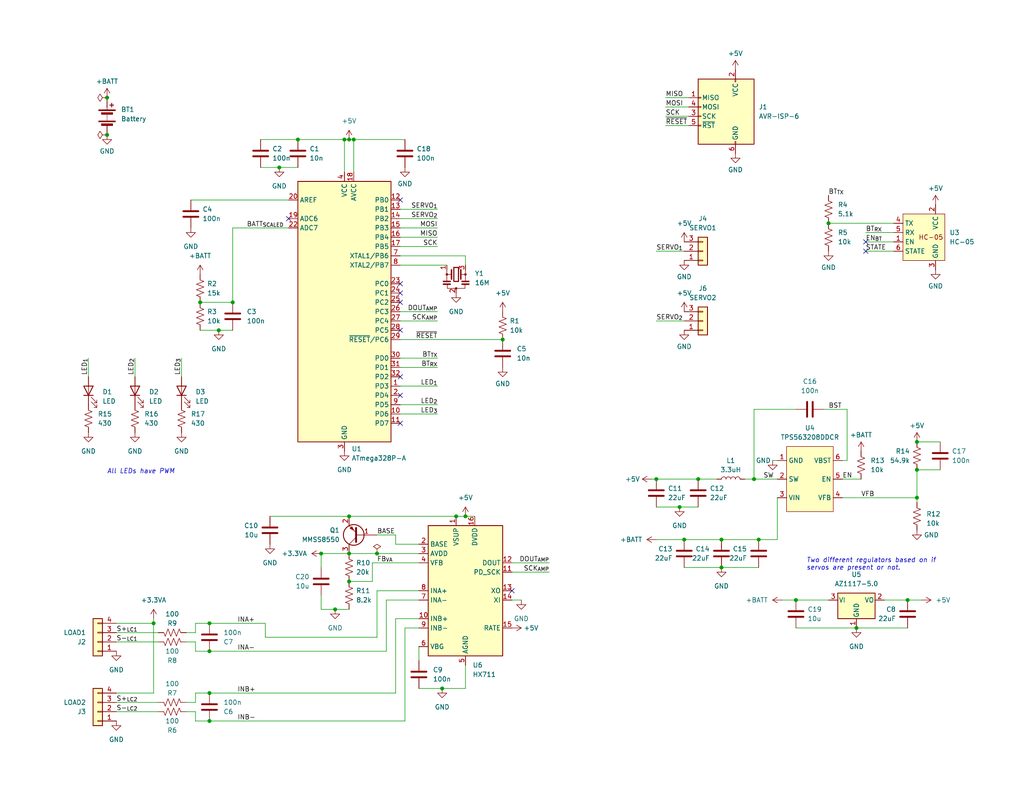
<source format=kicad_sch>
(kicad_sch (version 20230121) (generator eeschema)
  (paper "USLetter")
  (title_block (title "Propellor Pitch Control") (date "2023-06-24") (rev "1") (company "HPVDT"))
  (lib_symbols
    (symbol "Analog_ADC:HX711"
      (property "Reference" "U" (at 5.08 21.59 0))
      (property "Value" "HX711" (at 7.62 19.05 0))
      (symbol "HX711_0_1"
        (rectangle (start -10.16 17.78) (end 10.16 -17.78) (stroke (width 0.254)) (fill (type background)))
      )
      (symbol "HX711_1_1"
        (pin power_in line (at -2.54 20.32 270) (length 2.54) (name "VSUP") (number "1"))
        (pin input line (at -12.7 -7.62 0) (length 2.54) (name "INB+") (number "10"))
        (pin input line (at 12.7 5.08 180) (length 2.54) (name "PD_SCK") (number "11"))
        (pin output line (at 12.7 7.62 180) (length 2.54) (name "DOUT") (number "12"))
        (pin passive line (at 12.7 0 180) (length 2.54) (name "XO") (number "13"))
        (pin passive line (at 12.7 -2.54 180) (length 2.54) (name "XI") (number "14"))
        (pin input line (at 12.7 -10.16 180) (length 2.54) (name "RATE") (number "15"))
        (pin power_in line (at 2.54 20.32 270) (length 2.54) (name "DVDD") (number "16"))
        (pin passive line (at -12.7 12.7 0) (length 2.54) (name "BASE") (number "2"))
        (pin power_in line (at -12.7 10.16 0) (length 2.54) (name "AVDD") (number "3"))
        (pin input line (at -12.7 7.62 0) (length 2.54) (name "VFB") (number "4"))
        (pin power_in line (at 0 -20.32 90) (length 2.54) (name "AGND") (number "5"))
        (pin passive line (at -12.7 -15.24 0) (length 2.54) (name "VBG") (number "6"))
        (pin input line (at -12.7 -2.54 0) (length 2.54) (name "INA-") (number "7"))
        (pin input line (at -12.7 0 0) (length 2.54) (name "INA+") (number "8"))
        (pin input line (at -12.7 -10.16 0) (length 2.54) (name "INB-") (number "9"))
      )
    )
    (symbol "Connector:AVR-ISP-6" (pin_names (offset 1.016))
      (property "Reference" "J" (at -6.35 11.43 0))
      (property "Value" "AVR-ISP-6" (at 0 11.43 0))
      (symbol "AVR-ISP-6_0_1"
        (rectangle (start -2.667 -6.858) (end -2.413 -7.62))
        (rectangle (start -2.667 10.16) (end -2.413 9.398))
        (rectangle (start 7.62 -2.413) (end 6.858 -2.667))
        (rectangle (start 7.62 0.127) (end 6.858 -0.127))
        (rectangle (start 7.62 2.667) (end 6.858 2.413))
        (rectangle (start 7.62 5.207) (end 6.858 4.953))
        (rectangle (start 7.62 10.16) (end -7.62 -7.62) (stroke (width 0.254)) (fill (type background)))
      )
      (symbol "AVR-ISP-6_1_1"
        (pin passive line (at 10.16 5.08 180) (length 2.54) (name "MISO") (number "1"))
        (pin passive line (at -2.54 12.7 270) (length 2.54) (name "VCC") (number "2"))
        (pin passive line (at 10.16 0 180) (length 2.54) (name "SCK") (number "3"))
        (pin passive line (at 10.16 2.54 180) (length 2.54) (name "MOSI") (number "4"))
        (pin passive line (at 10.16 -2.54 180) (length 2.54) (name "~{RST}") (number "5"))
        (pin passive line (at -2.54 -10.16 90) (length 2.54) (name "GND") (number "6"))
      )
    )
    (symbol "Connector_Generic:Conn_01x03" (pin_names (offset 1.016) hide)
      (property "Reference" "J" (at 0 5.08 0))
      (property "Value" "Conn_01x03" (at 0 -5.08 0))
      (symbol "Conn_01x03_1_1"
        (rectangle (start -1.27 -2.413) (end 0 -2.667) (stroke (width 0.1524)))
        (rectangle (start -1.27 0.127) (end 0 -0.127) (stroke (width 0.1524)))
        (rectangle (start -1.27 2.667) (end 0 2.413) (stroke (width 0.1524)))
        (rectangle (start -1.27 3.81) (end 1.27 -3.81) (stroke (width 0.254)) (fill (type background)))
        (pin passive line (at -5.08 2.54 0) (length 3.81) (name "Pin_1") (number "1"))
        (pin passive line (at -5.08 0 0) (length 3.81) (name "Pin_2") (number "2"))
        (pin passive line (at -5.08 -2.54 0) (length 3.81) (name "Pin_3") (number "3"))
      )
    )
    (symbol "Connector_Generic:Conn_01x04" (pin_names (offset 1.016) hide)
      (property "Reference" "J" (at 0 5.08 0))
      (property "Value" "Conn_01x04" (at 0 -7.62 0))
      (symbol "Conn_01x04_1_1"
        (rectangle (start -1.27 -4.953) (end 0 -5.207) (stroke (width 0.1524)))
        (rectangle (start -1.27 -2.413) (end 0 -2.667) (stroke (width 0.1524)))
        (rectangle (start -1.27 0.127) (end 0 -0.127) (stroke (width 0.1524)))
        (rectangle (start -1.27 2.667) (end 0 2.413) (stroke (width 0.1524)))
        (rectangle (start -1.27 3.81) (end 1.27 -6.35) (stroke (width 0.254)) (fill (type background)))
        (pin passive line (at -5.08 2.54 0) (length 3.81) (name "Pin_1") (number "1"))
        (pin passive line (at -5.08 0 0) (length 3.81) (name "Pin_2") (number "2"))
        (pin passive line (at -5.08 -2.54 0) (length 3.81) (name "Pin_3") (number "3"))
        (pin passive line (at -5.08 -5.08 0) (length 3.81) (name "Pin_4") (number "4"))
      )
    )
    (symbol "Device:Battery" (pin_numbers hide) (pin_names (offset 0) hide)
      (property "Reference" "BT" (at 2.54 2.54 0))
      (property "Value" "Battery" (at 2.54 0 0))
      (symbol "Battery_0_1"
        (rectangle (start -2.286 -1.27) (end 2.286 -1.524) (fill (type outline)))
        (rectangle (start -2.286 1.778) (end 2.286 1.524) (fill (type outline)))
        (rectangle (start -1.524 -2.032) (end 1.524 -2.54) (fill (type outline)))
        (rectangle (start -1.524 1.016) (end 1.524 0.508) (fill (type outline)))
        (polyline (pts (xy 0 -1.016) (xy 0 -0.762)))
        (polyline (pts (xy 0 -0.508) (xy 0 -0.254)))
        (polyline (pts (xy 0 0) (xy 0 0.254)))
        (polyline (pts (xy 0 1.778) (xy 0 2.54)))
        (polyline (pts (xy 0.762 3.048) (xy 1.778 3.048)) (stroke (width 0.254)))
        (polyline (pts (xy 1.27 3.556) (xy 1.27 2.54)) (stroke (width 0.254)))
      )
      (symbol "Battery_1_1"
        (pin passive line (at 0 5.08 270) (length 2.54) (name "+") (number "1"))
        (pin passive line (at 0 -5.08 90) (length 2.54) (name "-") (number "2"))
      )
    )
    (symbol "Device:C" (pin_numbers hide) (pin_names (offset 0.254))
      (property "Reference" "C" (at 0.635 2.54 0))
      (property "Value" "C" (at 0.635 -2.54 0))
      (symbol "C_0_1"
        (polyline (pts (xy -2.032 -0.762) (xy 2.032 -0.762)) (stroke (width 0.508)))
        (polyline (pts (xy -2.032 0.762) (xy 2.032 0.762)) (stroke (width 0.508)))
      )
      (symbol "C_1_1"
        (pin passive line (at 0 3.81 270) (length 2.794) (name "~") (number "1"))
        (pin passive line (at 0 -3.81 90) (length 2.794) (name "~") (number "2"))
      )
    )
    (symbol "Device:L" (pin_numbers hide) (pin_names (offset 1.016) hide)
      (property "Reference" "L" (at -1.27 0 90))
      (property "Value" "L" (at 1.905 0 90))
      (symbol "L_0_1"
        (arc (start 0 -2.54) (mid 0.6323 -1.905) (end 0 -1.27))
        (arc (start 0 -1.27) (mid 0.6323 -0.635) (end 0 0))
        (arc (start 0 0) (mid 0.6323 0.635) (end 0 1.27))
        (arc (start 0 1.27) (mid 0.6323 1.905) (end 0 2.54))
      )
      (symbol "L_1_1"
        (pin passive line (at 0 3.81 270) (length 1.27) (name "1") (number "1"))
        (pin passive line (at 0 -3.81 90) (length 1.27) (name "2") (number "2"))
      )
    )
    (symbol "Device:LED" (pin_numbers hide) (pin_names (offset 1.016) hide)
      (property "Reference" "D" (at 0 2.54 0))
      (property "Value" "LED" (at 0 -2.54 0))
      (symbol "LED_0_1"
        (polyline (pts (xy -1.27 -1.27) (xy -1.27 1.27)) (stroke (width 0.254)))
        (polyline (pts (xy -1.27 0) (xy 1.27 0)))
        (polyline (pts (xy 1.27 -1.27) (xy 1.27 1.27) (xy -1.27 0) (xy 1.27 -1.27)) (stroke (width 0.254)))
        (polyline (pts (xy -3.048 -0.762) (xy -4.572 -2.286) (xy -3.81 -2.286) (xy -4.572 -2.286) (xy -4.572 -1.524)))
        (polyline (pts (xy -1.778 -0.762) (xy -3.302 -2.286) (xy -2.54 -2.286) (xy -3.302 -2.286) (xy -3.302 -1.524)))
      )
      (symbol "LED_1_1"
        (pin passive line (at -3.81 0 0) (length 2.54) (name "K") (number "1"))
        (pin passive line (at 3.81 0 180) (length 2.54) (name "A") (number "2"))
      )
    )
    (symbol "Device:Q_PNP_BEC" (pin_names (offset 0) hide)
      (property "Reference" "Q" (at 5.08 1.27 0))
      (property "Value" "Q_PNP_BEC" (at 5.08 -1.27 0))
      (symbol "Q_PNP_BEC_0_1"
        (polyline (pts (xy 0.635 0.635) (xy 2.54 2.54)))
        (polyline (pts (xy 0.635 -0.635) (xy 2.54 -2.54) (xy 2.54 -2.54)))
        (polyline (pts (xy 0.635 1.905) (xy 0.635 -1.905) (xy 0.635 -1.905)) (stroke (width 0.508)))
        (polyline (pts (xy 2.286 -1.778) (xy 1.778 -2.286) (xy 1.27 -1.27) (xy 2.286 -1.778) (xy 2.286 -1.778)) (fill (type outline)))
        (circle (center 1.27 0) (radius 2.8194) (stroke (width 0.254)))
      )
      (symbol "Q_PNP_BEC_1_1"
        (pin input line (at -5.08 0 0) (length 5.715) (name "B") (number "1"))
        (pin passive line (at 2.54 -5.08 90) (length 2.54) (name "E") (number "2"))
        (pin passive line (at 2.54 5.08 270) (length 2.54) (name "C") (number "3"))
      )
    )
    (symbol "Device:R_US" (pin_numbers hide) (pin_names (offset 0))
      (property "Reference" "R" (at 2.54 0 90))
      (property "Value" "R_US" (at -2.54 0 90))
      (symbol "R_US_0_1"
        (polyline (pts (xy 0 -2.286) (xy 0 -2.54)))
        (polyline (pts (xy 0 2.286) (xy 0 2.54)))
        (polyline (pts (xy 0 -0.762) (xy 1.016 -1.143) (xy 0 -1.524) (xy -1.016 -1.905) (xy 0 -2.286)))
        (polyline (pts (xy 0 0.762) (xy 1.016 0.381) (xy 0 0) (xy -1.016 -0.381) (xy 0 -0.762)))
        (polyline (pts (xy 0 2.286) (xy 1.016 1.905) (xy 0 1.524) (xy -1.016 1.143) (xy 0 0.762)))
      )
      (symbol "R_US_1_1"
        (pin passive line (at 0 3.81 270) (length 1.27) (name "~") (number "1"))
        (pin passive line (at 0 -3.81 90) (length 1.27) (name "~") (number "2"))
      )
    )
    (symbol "Device:Resonator_Small" (pin_names (offset 1.016) hide)
      (property "Reference" "Y" (at 3.175 1.905 0))
      (property "Value" "Resonator_Small" (at 3.175 0 0))
      (symbol "Resonator_Small_0_1"
        (rectangle (start -3.556 -2.54) (end -1.524 -2.794) (fill (type outline)))
        (rectangle (start -3.556 -1.778) (end -1.524 -2.032) (fill (type outline)))
        (circle (center -2.54 0) (radius 0.254) (fill (type outline)))
        (rectangle (start -0.635 1.905) (end 0.635 -1.905) (stroke (width 0.3048)))
        (circle (center 0 -3.81) (radius 0.254) (fill (type outline)))
        (polyline (pts (xy -2.54 -1.778) (xy -2.54 0)))
        (polyline (pts (xy -2.54 0) (xy -1.397 0)))
        (polyline (pts (xy -2.54 1.27) (xy -2.54 0)))
        (polyline (pts (xy -1.27 -1.27) (xy -1.27 1.27)) (stroke (width 0.381)))
        (polyline (pts (xy 1.27 -1.27) (xy 1.27 1.27)) (stroke (width 0.381)))
        (polyline (pts (xy 1.27 0) (xy 2.54 0)))
        (polyline (pts (xy 2.54 0) (xy 2.54 -1.778)))
        (polyline (pts (xy 2.54 1.27) (xy 2.54 0)))
        (polyline (pts (xy 2.413 -2.794) (xy 2.413 -3.81) (xy -2.413 -3.81) (xy -2.413 -2.667)))
        (rectangle (start 1.524 -2.54) (end 3.556 -2.794) (fill (type outline)))
        (rectangle (start 1.524 -1.778) (end 3.556 -2.032) (fill (type outline)))
        (circle (center 2.54 0) (radius 0.254) (fill (type outline)))
      )
      (symbol "Resonator_Small_1_1"
        (pin passive line (at -2.54 2.54 270) (length 1.27) (name "1") (number "1"))
        (pin passive line (at 0 -5.08 90) (length 1.27) (name "2") (number "2"))
        (pin passive line (at 2.54 2.54 270) (length 1.27) (name "3") (number "3"))
      )
    )
    (symbol "HC-05:HC-05"
      (property "Reference" "U" (at 7.62 1.27 0))
      (property "Value" "HC-05" (at 7.62 -1.27 0))
      (symbol "HC-05_1_1"
        (rectangle (start -5.08 6.35) (end 6.35 -6.35) (fill (type background)))
        (text "HC-05" (at 2.54 0 0) (effects (font (size 1.27 1.27))))
        (pin input line (at -7.62 -1.27 0) (length 2.54) (name "EN") (number "1"))
        (pin power_in line (at 3.81 8.89 270) (length 2.54) (name "VCC") (number "2"))
        (pin power_in line (at 3.81 -8.89 90) (length 2.54) (name "GND") (number "3"))
        (pin output line (at -7.62 3.81 0) (length 2.54) (name "TX") (number "4"))
        (pin input line (at -7.62 1.27 0) (length 2.54) (name "RX") (number "5"))
        (pin output line (at -7.62 -3.81 0) (length 2.54) (name "STATE") (number "6"))
      )
    )
    (symbol "MCU_Microchip_ATmega:ATmega328P-A"
      (property "Reference" "U" (at -12.7 36.83 0))
      (property "Value" "ATmega328P-A" (at 2.54 -36.83 0))
      (symbol "ATmega328P-A_0_1"
        (rectangle (start -12.7 -35.56) (end 12.7 35.56) (stroke (width 0.254)) (fill (type background)))
      )
      (symbol "ATmega328P-A_1_1"
        (pin bidirectional line (at 15.24 -20.32 180) (length 2.54) (name "PD3") (number "1"))
        (pin bidirectional line (at 15.24 -27.94 180) (length 2.54) (name "PD6") (number "10"))
        (pin bidirectional line (at 15.24 -30.48 180) (length 2.54) (name "PD7") (number "11"))
        (pin bidirectional line (at 15.24 30.48 180) (length 2.54) (name "PB0") (number "12"))
        (pin bidirectional line (at 15.24 27.94 180) (length 2.54) (name "PB1") (number "13"))
        (pin bidirectional line (at 15.24 25.4 180) (length 2.54) (name "PB2") (number "14"))
        (pin bidirectional line (at 15.24 22.86 180) (length 2.54) (name "PB3") (number "15"))
        (pin bidirectional line (at 15.24 20.32 180) (length 2.54) (name "PB4") (number "16"))
        (pin bidirectional line (at 15.24 17.78 180) (length 2.54) (name "PB5") (number "17"))
        (pin power_in line (at 2.54 38.1 270) (length 2.54) (name "AVCC") (number "18"))
        (pin input line (at -15.24 25.4 0) (length 2.54) (name "ADC6") (number "19"))
        (pin bidirectional line (at 15.24 -22.86 180) (length 2.54) (name "PD4") (number "2"))
        (pin passive line (at -15.24 30.48 0) (length 2.54) (name "AREF") (number "20"))
        (pin passive line (at 0 -38.1 90) (length 2.54) hide (name "GND") (number "21"))
        (pin input line (at -15.24 22.86 0) (length 2.54) (name "ADC7") (number "22"))
        (pin bidirectional line (at 15.24 7.62 180) (length 2.54) (name "PC0") (number "23"))
        (pin bidirectional line (at 15.24 5.08 180) (length 2.54) (name "PC1") (number "24"))
        (pin bidirectional line (at 15.24 2.54 180) (length 2.54) (name "PC2") (number "25"))
        (pin bidirectional line (at 15.24 0 180) (length 2.54) (name "PC3") (number "26"))
        (pin bidirectional line (at 15.24 -2.54 180) (length 2.54) (name "PC4") (number "27"))
        (pin bidirectional line (at 15.24 -5.08 180) (length 2.54) (name "PC5") (number "28"))
        (pin bidirectional line (at 15.24 -7.62 180) (length 2.54) (name "~{RESET}/PC6") (number "29"))
        (pin power_in line (at 0 -38.1 90) (length 2.54) (name "GND") (number "3"))
        (pin bidirectional line (at 15.24 -12.7 180) (length 2.54) (name "PD0") (number "30"))
        (pin bidirectional line (at 15.24 -15.24 180) (length 2.54) (name "PD1") (number "31"))
        (pin bidirectional line (at 15.24 -17.78 180) (length 2.54) (name "PD2") (number "32"))
        (pin power_in line (at 0 38.1 270) (length 2.54) (name "VCC") (number "4"))
        (pin passive line (at 0 -38.1 90) (length 2.54) hide (name "GND") (number "5"))
        (pin passive line (at 0 38.1 270) (length 2.54) hide (name "VCC") (number "6"))
        (pin bidirectional line (at 15.24 15.24 180) (length 2.54) (name "XTAL1/PB6") (number "7"))
        (pin bidirectional line (at 15.24 12.7 180) (length 2.54) (name "XTAL2/PB7") (number "8"))
        (pin bidirectional line (at 15.24 -25.4 180) (length 2.54) (name "PD5") (number "9"))
      )
    )
    (symbol "Regulator_Linear:AZ1117-5.0" (pin_names (offset 0.254))
      (property "Reference" "U" (at -3.81 3.175 0))
      (property "Value" "AZ1117-5.0" (at 0 3.175 0))
      (symbol "AZ1117-5.0_0_1"
        (rectangle (start -5.08 1.905) (end 5.08 -5.08) (stroke (width 0.254)) (fill (type background)))
      )
      (symbol "AZ1117-5.0_1_1"
        (pin power_in line (at 0 -7.62 90) (length 2.54) (name "GND") (number "1"))
        (pin power_out line (at 7.62 0 180) (length 2.54) (name "VO") (number "2"))
        (pin power_in line (at -7.62 0 0) (length 2.54) (name "VI") (number "3"))
      )
    )
    (symbol "Regulators:TPS563208DDCR"
      (property "Reference" "U" (at -5.08 10.16 0))
      (symbol "TPS563208DDCR_0_1"
        (rectangle (start -6.35 8.89) (end 6.35 -8.89) (fill (type background)))
      )
      (symbol "TPS563208DDCR_1_1"
        (pin input line (at -8.89 5.08 0) (length 2.54) (name "GND") (number "1"))
        (pin input line (at -8.89 0 0) (length 2.54) (name "SW") (number "2"))
        (pin input line (at -8.89 -5.08 0) (length 2.54) (name "VIN") (number "3"))
        (pin input line (at 8.89 -5.08 180) (length 2.54) (name "VFB") (number "4"))
        (pin input line (at 8.89 0 180) (length 2.54) (name "EN") (number "5"))
        (pin input line (at 8.89 5.08 180) (length 2.54) (name "VBST") (number "6"))
      )
    )
    (symbol "power:+3.3VA" (power) (pin_names (offset 0))
      (property "Value" "+3.3VA" (at 0 3.556 0))
      (symbol "+3.3VA_0_1"
        (polyline (pts (xy -0.762 1.27) (xy 0 2.54)))
        (polyline (pts (xy 0 0) (xy 0 2.54)))
        (polyline (pts (xy 0 2.54) (xy 0.762 1.27)))
      )
      (symbol "+3.3VA_1_1"
        (pin power_in line (at 0 0 90) (length 0) hide (name "+3.3VA") (number "1"))
      )
    )
    (symbol "power:+5V" (power) (pin_names (offset 0))
      (property "Value" "+5V" (at 0 3.556 0))
      (symbol "+5V_0_1"
        (polyline (pts (xy -0.762 1.27) (xy 0 2.54)))
        (polyline (pts (xy 0 0) (xy 0 2.54)))
        (polyline (pts (xy 0 2.54) (xy 0.762 1.27)))
      )
      (symbol "+5V_1_1"
        (pin power_in line (at 0 0 90) (length 0) hide (name "+5V") (number "1"))
      )
    )
    (symbol "power:+BATT" (power) (pin_names (offset 0))
      (property "Value" "+BATT" (at 0 3.556 0))
      (symbol "+BATT_0_1"
        (polyline (pts (xy -0.762 1.27) (xy 0 2.54)))
        (polyline (pts (xy 0 0) (xy 0 2.54)))
        (polyline (pts (xy 0 2.54) (xy 0.762 1.27)))
      )
      (symbol "+BATT_1_1"
        (pin power_in line (at 0 0 90) (length 0) hide (name "+BATT") (number "1"))
      )
    )
    (symbol "power:GND" (power) (pin_names (offset 0))
      (property "Value" "GND" (at 0 -3.81 0))
      (symbol "GND_0_1"
        (polyline (pts (xy 0 0) (xy 0 -1.27) (xy 1.27 -1.27) (xy 0 -2.54) (xy -1.27 -1.27) (xy 0 -1.27)))
      )
      (symbol "GND_1_1"
        (pin power_in line (at 0 0 270) (length 0) hide (name "GND") (number "1"))
      )
    )
    (symbol "power:PWR_FLAG" (power) (pin_numbers hide) (pin_names (offset 0) hide)
      (property "Value" "PWR_FLAG" (at 0 3.81 0))
      (symbol "PWR_FLAG_0_0"
        (pin power_out line (at 0 0 90) (length 0) (name "pwr") (number "1"))
      )
      (symbol "PWR_FLAG_0_1"
        (polyline (pts (xy 0 0) (xy 0 1.27) (xy -1.016 1.905) (xy 0 2.54) (xy 1.016 1.905) (xy 0 1.27)))
      )
    )
  )
  (junction (at 57.15 196.85))
  (junction (at 63.5 82.55))
  (junction (at 95.25 151.13))
  (junction (at 250.19 135.89))
  (junction (at 29.21 26.67))
  (junction (at 95.25 140.97))
  (junction (at 196.85 147.32))
  (junction (at 217.17 163.83))
  (junction (at 57.15 189.23))
  (junction (at 41.91 170.18))
  (junction (at 29.21 36.83))
  (junction (at 120.65 187.96))
  (junction (at 185.42 138.43))
  (junction (at 205.74 130.81))
  (junction (at 95.25 158.75))
  (junction (at 127 140.97))
  (junction (at 54.61 82.55))
  (junction (at 226.06 60.96))
  (junction (at 102.87 151.13))
  (junction (at 190.5 130.81))
  (junction (at 93.98 38.1))
  (junction (at 96.52 38.1))
  (junction (at 186.69 147.32))
  (junction (at 233.68 171.45))
  (junction (at 196.85 154.94))
  (junction (at 59.69 90.17))
  (junction (at 137.16 92.71))
  (junction (at 179.07 130.81))
  (junction (at 95.25 38.1))
  (junction (at 91.44 166.37))
  (junction (at 87.63 151.13))
  (junction (at 207.01 147.32))
  (junction (at 124.46 140.97))
  (junction (at 250.19 128.27))
  (junction (at 57.15 177.8))
  (junction (at 57.15 170.18))
  (junction (at 76.2 45.72))
  (junction (at 247.65 163.83))
  (junction (at 81.28 38.1))
  (junction (at 250.19 120.65))
  (no_connect (at 109.22 115.57))
  (no_connect (at 236.22 66.04))
  (no_connect (at 109.22 80.01))
  (no_connect (at 109.22 54.61))
  (no_connect (at 78.74 59.69))
  (no_connect (at 109.22 102.87))
  (no_connect (at 139.7 161.29))
  (no_connect (at 109.22 77.47))
  (no_connect (at 109.22 107.95))
  (no_connect (at 109.22 90.17))
  (no_connect (at 109.22 82.55))
  (no_connect (at 236.22 68.58))
  (wire (pts (xy 71.12 38.1) (xy 81.28 38.1)))
  (wire (pts (xy 109.22 110.49) (xy 119.38 110.49)))
  (wire (pts (xy 57.15 170.18) (xy 72.39 170.18)))
  (wire (pts (xy 102.87 146.05) (xy 107.95 146.05)))
  (wire (pts (xy 87.63 166.37) (xy 91.44 166.37)))
  (wire (pts (xy 53.34 189.23) (xy 57.15 189.23)))
  (wire (pts (xy 76.2 45.72) (xy 81.28 45.72)))
  (wire (pts (xy 105.41 163.83) (xy 114.3 163.83)))
  (wire (pts (xy 236.22 66.04) (xy 243.84 66.04)))
  (wire (pts (xy 110.49 171.45) (xy 114.3 171.45)))
  (wire (pts (xy 72.39 170.18) (xy 72.39 173.99)))
  (wire (pts (xy 52.07 54.61) (xy 78.74 54.61)))
  (wire (pts (xy 231.14 111.76) (xy 224.79 111.76)))
  (wire (pts (xy 72.39 173.99) (xy 102.87 173.99)))
  (wire (pts (xy 114.3 187.96) (xy 120.65 187.96)))
  (wire (pts (xy 107.95 168.91) (xy 114.3 168.91)))
  (wire (pts (xy 53.34 177.8) (xy 57.15 177.8)))
  (wire (pts (xy 50.8 194.31) (xy 53.34 194.31)))
  (wire (pts (xy 101.6 153.67) (xy 114.3 153.67)))
  (wire (pts (xy 107.95 148.59) (xy 114.3 148.59)))
  (wire (pts (xy 31.75 189.23) (xy 41.91 189.23)))
  (wire (pts (xy 95.25 140.97) (xy 124.46 140.97)))
  (wire (pts (xy 241.3 163.83) (xy 247.65 163.83)))
  (wire (pts (xy 57.15 177.8) (xy 105.41 177.8)))
  (wire (pts (xy 179.07 130.81) (xy 190.5 130.81)))
  (wire (pts (xy 53.34 175.26) (xy 53.34 177.8)))
  (wire (pts (xy 53.34 191.77) (xy 53.34 189.23)))
  (wire (pts (xy 87.63 151.13) (xy 95.25 151.13)))
  (wire (pts (xy 181.61 29.21) (xy 187.96 29.21)))
  (wire (pts (xy 109.22 64.77) (xy 119.38 64.77)))
  (wire (pts (xy 217.17 163.83) (xy 226.06 163.83)))
  (wire (pts (xy 93.98 38.1) (xy 93.98 46.99)))
  (wire (pts (xy 53.34 196.85) (xy 57.15 196.85)))
  (wire (pts (xy 73.66 140.97) (xy 95.25 140.97)))
  (wire (pts (xy 124.46 140.97) (xy 127 140.97)))
  (wire (pts (xy 196.85 154.94) (xy 207.01 154.94)))
  (wire (pts (xy 96.52 38.1) (xy 96.52 46.99)))
  (wire (pts (xy 190.5 130.81) (xy 195.58 130.81)))
  (wire (pts (xy 41.91 168.91) (xy 41.91 170.18)))
  (wire (pts (xy 36.83 97.79) (xy 36.83 102.87)))
  (wire (pts (xy 50.8 175.26) (xy 53.34 175.26)))
  (wire (pts (xy 50.8 191.77) (xy 53.34 191.77)))
  (wire (pts (xy 109.22 85.09) (xy 119.38 85.09)))
  (wire (pts (xy 229.87 130.81) (xy 234.95 130.81)))
  (wire (pts (xy 41.91 189.23) (xy 41.91 170.18)))
  (wire (pts (xy 63.5 62.23) (xy 78.74 62.23)))
  (wire (pts (xy 139.7 156.21) (xy 149.86 156.21)))
  (wire (pts (xy 54.61 90.17) (xy 59.69 90.17)))
  (wire (pts (xy 127 140.97) (xy 129.54 140.97)))
  (wire (pts (xy 102.87 173.99) (xy 102.87 161.29)))
  (wire (pts (xy 114.3 180.34) (xy 114.3 176.53)))
  (wire (pts (xy 181.61 31.75) (xy 187.96 31.75)))
  (wire (pts (xy 205.74 130.81) (xy 212.09 130.81)))
  (wire (pts (xy 87.63 154.94) (xy 87.63 151.13)))
  (wire (pts (xy 185.42 138.43) (xy 190.5 138.43)))
  (wire (pts (xy 127 181.61) (xy 127 187.96)))
  (wire (pts (xy 91.44 166.37) (xy 95.25 166.37)))
  (wire (pts (xy 31.75 194.31) (xy 43.18 194.31)))
  (wire (pts (xy 250.19 135.89) (xy 229.87 135.89)))
  (wire (pts (xy 53.34 172.72) (xy 53.34 170.18)))
  (wire (pts (xy 109.22 69.85) (xy 127 69.85)))
  (wire (pts (xy 181.61 34.29) (xy 187.96 34.29)))
  (wire (pts (xy 101.6 153.67) (xy 101.6 158.75)))
  (wire (pts (xy 50.8 172.72) (xy 53.34 172.72)))
  (wire (pts (xy 236.22 63.5) (xy 243.84 63.5)))
  (wire (pts (xy 24.13 97.79) (xy 24.13 102.87)))
  (wire (pts (xy 109.22 100.33) (xy 119.38 100.33)))
  (wire (pts (xy 186.69 147.32) (xy 196.85 147.32)))
  (wire (pts (xy 95.25 38.1) (xy 96.52 38.1)))
  (wire (pts (xy 109.22 113.03) (xy 119.38 113.03)))
  (wire (pts (xy 233.68 171.45) (xy 247.65 171.45)))
  (wire (pts (xy 247.65 163.83) (xy 251.46 163.83)))
  (wire (pts (xy 186.69 154.94) (xy 196.85 154.94)))
  (wire (pts (xy 109.22 92.71) (xy 137.16 92.71)))
  (wire (pts (xy 57.15 196.85) (xy 110.49 196.85)))
  (wire (pts (xy 179.07 68.58) (xy 186.69 68.58)))
  (wire (pts (xy 105.41 177.8) (xy 105.41 163.83)))
  (wire (pts (xy 217.17 171.45) (xy 233.68 171.45)))
  (wire (pts (xy 205.74 111.76) (xy 205.74 130.81)))
  (wire (pts (xy 63.5 82.55) (xy 54.61 82.55)))
  (wire (pts (xy 31.75 191.77) (xy 43.18 191.77)))
  (wire (pts (xy 31.75 172.72) (xy 43.18 172.72)))
  (wire (pts (xy 212.09 147.32) (xy 212.09 135.89)))
  (wire (pts (xy 59.69 90.17) (xy 63.5 90.17)))
  (wire (pts (xy 179.07 138.43) (xy 185.42 138.43)))
  (wire (pts (xy 93.98 38.1) (xy 95.25 38.1)))
  (wire (pts (xy 217.17 111.76) (xy 205.74 111.76)))
  (wire (pts (xy 179.07 147.32) (xy 186.69 147.32)))
  (wire (pts (xy 109.22 105.41) (xy 119.38 105.41)))
  (wire (pts (xy 196.85 147.32) (xy 207.01 147.32)))
  (wire (pts (xy 120.65 187.96) (xy 127 187.96)))
  (wire (pts (xy 110.49 196.85) (xy 110.49 171.45)))
  (wire (pts (xy 212.09 125.73) (xy 210.82 125.73)))
  (wire (pts (xy 107.95 146.05) (xy 107.95 148.59)))
  (wire (pts (xy 226.06 60.96) (xy 243.84 60.96)))
  (wire (pts (xy 57.15 189.23) (xy 107.95 189.23)))
  (wire (pts (xy 127 69.85) (xy 127 72.39)))
  (wire (pts (xy 53.34 196.85) (xy 53.34 194.31)))
  (wire (pts (xy 139.7 163.83) (xy 142.24 163.83)))
  (wire (pts (xy 213.36 163.83) (xy 217.17 163.83)))
  (wire (pts (xy 63.5 62.23) (xy 63.5 82.55)))
  (wire (pts (xy 96.52 38.1) (xy 110.49 38.1)))
  (wire (pts (xy 179.07 87.63) (xy 186.69 87.63)))
  (wire (pts (xy 109.22 57.15) (xy 119.38 57.15)))
  (wire (pts (xy 250.19 128.27) (xy 250.19 135.89)))
  (wire (pts (xy 109.22 59.69) (xy 119.38 59.69)))
  (wire (pts (xy 256.54 128.27) (xy 250.19 128.27)))
  (wire (pts (xy 31.75 175.26) (xy 43.18 175.26)))
  (wire (pts (xy 139.7 153.67) (xy 149.86 153.67)))
  (wire (pts (xy 102.87 161.29) (xy 114.3 161.29)))
  (wire (pts (xy 81.28 38.1) (xy 93.98 38.1)))
  (wire (pts (xy 76.2 45.72) (xy 71.12 45.72)))
  (wire (pts (xy 203.2 130.81) (xy 205.74 130.81)))
  (wire (pts (xy 177.8 130.81) (xy 179.07 130.81)))
  (wire (pts (xy 236.22 68.58) (xy 243.84 68.58)))
  (wire (pts (xy 109.22 87.63) (xy 119.38 87.63)))
  (wire (pts (xy 231.14 125.73) (xy 229.87 125.73)))
  (wire (pts (xy 181.61 26.67) (xy 187.96 26.67)))
  (wire (pts (xy 109.22 97.79) (xy 119.38 97.79)))
  (wire (pts (xy 101.6 158.75) (xy 95.25 158.75)))
  (wire (pts (xy 53.34 170.18) (xy 57.15 170.18)))
  (wire (pts (xy 95.25 151.13) (xy 102.87 151.13)))
  (wire (pts (xy 49.53 97.79) (xy 49.53 102.87)))
  (wire (pts (xy 31.75 170.18) (xy 41.91 170.18)))
  (wire (pts (xy 250.19 137.16) (xy 250.19 135.89)))
  (wire (pts (xy 231.14 125.73) (xy 231.14 111.76)))
  (wire (pts (xy 107.95 189.23) (xy 107.95 168.91)))
  (wire (pts (xy 102.87 151.13) (xy 114.3 151.13)))
  (wire (pts (xy 87.63 166.37) (xy 87.63 162.56)))
  (wire (pts (xy 207.01 147.32) (xy 212.09 147.32)))
  (wire (pts (xy 250.19 120.65) (xy 256.54 120.65)))
  (wire (pts (xy 109.22 62.23) (xy 119.38 62.23)))
  (wire (pts (xy 109.22 67.31) (xy 119.38 67.31)))
  (wire (pts (xy 109.22 72.39) (xy 121.92 72.39)))
  (text_box "Two different regulators based on if servos are present or not." (at 219.075 151.13 0) (size 38.735 5.08) (stroke (width -0.0001)) (effects (font (size 1.27 1.27) italic) (justify left top)))
  (text "All LEDs have PWM" (at 29.21 129.54 0) (effects (font (size 1.27 1.27) italic) (justify left bottom)))
  (label "INA-" (at 64.77 177.8 0))
  (label "FB_{VA}" (at 102.87 153.67 0))
  (label "BATT_{SCALED}" (at 67.31 62.23 0))
  (label "SCK" (at 119.38 67.31 180))
  (label "S-_{LC1}" (at 31.75 175.26 0))
  (label "BT_{TX}" (at 119.38 97.79 180))
  (label "EN" (at 229.87 130.81 0))
  (label "SCK_{AMP}" (at 119.38 87.63 180))
  (label "S+_{LC1}" (at 31.75 172.72 0))
  (label "SERVO_{2}" (at 179.07 87.63 0))
  (label "SERVO_{2}" (at 119.38 59.69 180))
  (label "BT_{RX}" (at 236.22 63.5 0))
  (label "S-_{LC2}" (at 31.75 194.31 0))
  (label "~{RESET}" (at 181.61 34.29 0))
  (label "STATE" (at 236.22 68.58 0))
  (label "INA+" (at 64.77 170.18 0))
  (label "LED_{1}" (at 24.13 97.79 270))
  (label "DOUT_{AMP}" (at 149.86 153.67 180))
  (label "BST" (at 226.06 111.76 0))
  (label "VFB" (at 234.95 135.89 0))
  (label "LED_{3}" (at 119.38 113.03 180))
  (label "LED_{1}" (at 119.38 105.41 180))
  (label "SW" (at 208.28 130.81 0))
  (label "SERVO_{1}" (at 179.07 68.58 0))
  (label "EN_{BT}" (at 236.22 66.04 0))
  (label "~{RESET}" (at 119.38 92.71 180))
  (label "SCK" (at 181.61 31.75 0))
  (label "BASE" (at 102.87 146.05 0))
  (label "DOUT_{AMP}" (at 119.38 85.09 180))
  (label "BT_{TX}" (at 226.06 53.34 0))
  (label "S+_{LC2}" (at 31.75 191.77 0))
  (label "SERVO_{1}" (at 119.38 57.15 180))
  (label "MOSI" (at 119.38 62.23 180))
  (label "LED_{3}" (at 49.53 97.79 270))
  (label "MOSI" (at 181.61 29.21 0))
  (label "SCK_{AMP}" (at 149.86 156.21 180))
  (label "MISO" (at 181.61 26.67 0))
  (label "MISO" (at 119.38 64.77 180))
  (label "LED_{2}" (at 119.38 110.49 180))
  (label "LED_{2}" (at 36.83 97.79 270))
  (label "BT_{RX}" (at 119.38 100.33 180))
  (label "INB-" (at 64.77 196.85 0))
  (label "INB+" (at 64.77 189.23 0))
  (symbol (lib_id "Device:C") (at 87.63 158.75 0) (mirror x) (unit 1)
    (property "Reference" "C20" (at 84.455 157.48 0) (effects (justify right)))
    (property "Value" "10u" (at 84.455 160.02 0) (effects (justify right)))
    (property "Footprint" "Capacitor_SMD:C_0805_2012Metric" (effects hide))
  )
  (symbol (lib_id "Device:R_US") (at 46.99 194.31 90) (mirror x) (unit 1)
    (property "Reference" "R6" (at 46.99 199.39 90))
    (property "Value" "100" (at 46.99 196.85 90))
    (property "Footprint" "Resistor_SMD:R_0603_1608Metric" (effects hide))
  )
  (symbol (lib_id "power:+5V") (at 186.69 66.04 0) (unit 1)
    (property "Reference" "#PWR04" (effects hide))
    (property "Value" "+5V" (at 186.69 60.96 0))
  )
  (symbol (lib_id "Device:R_US") (at 54.61 78.74 0) (unit 1)
    (property "Reference" "R2" (at 56.515 77.47 0) (effects (justify left)))
    (property "Value" "15k" (at 56.515 80.01 0) (effects (justify left)))
    (property "Footprint" "Resistor_SMD:R_0603_1608Metric" (effects hide))
  )
  (symbol (lib_id "Device:R_US") (at 24.13 114.3 0) (unit 1)
    (property "Reference" "R15" (at 26.67 113.03 0) (effects (justify left)))
    (property "Value" "430" (at 26.67 115.57 0) (effects (justify left)))
    (property "Footprint" "Resistor_SMD:R_0603_1608Metric" (effects hide))
  )
  (symbol (lib_id "power:+BATT") (at 54.61 74.93 0) (unit 1)
    (property "Reference" "#PWR018" (effects hide))
    (property "Value" "+BATT" (at 54.61 69.85 0))
  )
  (symbol (lib_id "power:GND") (at 29.21 36.83 0) (unit 1)
    (property "Reference" "#PWR011" (effects hide))
    (property "Value" "GND" (at 29.21 41.275 0))
  )
  (symbol (lib_id "power:PWR_FLAG") (at 102.87 151.13 0) (unit 1)
    (property "Reference" "#FLG03" (effects hide))
    (property "Value" "PWR_FLAG" (effects hide))
  )
  (symbol (lib_id "Connector_Generic:Conn_01x03") (at 191.77 68.58 0) (mirror x) (unit 1)
    (property "Reference" "J4" (at 191.77 59.69 0))
    (property "Value" "SERVO1" (at 191.77 62.23 0))
    (property "Footprint" "Connector_JST:JST_EH_B3B-EH-A_1x03_P2.50mm_Vertical" (effects hide))
  )
  (symbol (lib_id "power:GND") (at 124.46 80.01 0) (unit 1)
    (property "Reference" "#PWR09" (effects hide))
    (property "Value" "GND" (at 124.46 85.09 0))
  )
  (symbol (lib_id "Device:R_US") (at 226.06 64.77 0) (unit 1)
    (property "Reference" "R5" (at 228.6 63.5 0) (effects (justify left)))
    (property "Value" "10k" (at 228.6 66.04 0) (effects (justify left)))
    (property "Footprint" "Resistor_SMD:R_0603_1608Metric" (effects hide))
  )
  (symbol (lib_id "Device:Battery") (at 29.21 31.75 0) (unit 1) (in_bom no)
    (property "Reference" "BT1" (at 33.02 29.9085 0) (effects (justify left)))
    (property "Value" "Battery" (at 33.02 32.4485 0) (effects (justify left)))
    (property "Footprint" "Connector_Wire:SolderWire-1.5sqmm_1x02_P6mm_D1.7mm_OD3mm_Relief" (effects hide))
  )
  (symbol (lib_id "Connector_Generic:Conn_01x04") (at 26.67 175.26 180) (unit 1) (in_bom no)
    (property "Reference" "J2" (at 23.495 175.26 0) (effects (justify left)))
    (property "Value" "LOAD1" (at 23.495 172.72 0) (effects (justify left)))
    (property "Footprint" "Connector_PinHeader_2.54mm:PinHeader_1x04_P2.54mm_Vertical" (effects hide))
  )
  (symbol (lib_id "Device:R_US") (at 46.99 172.72 90) (mirror x) (unit 1)
    (property "Reference" "R9" (at 46.99 170.18 90))
    (property "Value" "100" (at 46.99 167.64 90))
    (property "Footprint" "Resistor_SMD:R_0603_1608Metric" (effects hide))
  )
  (symbol (lib_id "power:GND") (at 91.44 166.37 0) (mirror y) (unit 1)
    (property "Reference" "#PWR039" (effects hide))
    (property "Value" "GND" (at 91.44 171.45 0))
  )
  (symbol (lib_id "Connector_Generic:Conn_01x03") (at 191.77 87.63 0) (mirror x) (unit 1)
    (property "Reference" "J6" (at 191.77 78.74 0))
    (property "Value" "SERVO2" (at 191.77 81.28 0))
    (property "Footprint" "Connector_JST:JST_EH_B3B-EH-A_1x03_P2.50mm_Vertical" (effects hide))
  )
  (symbol (lib_id "power:+5V") (at 251.46 163.83 270) (unit 1)
    (property "Reference" "#PWR035" (effects hide))
    (property "Value" "+5V" (at 255.27 163.83 90) (effects (justify left)))
  )
  (symbol (lib_id "power:+BATT") (at 213.36 163.83 90) (unit 1)
    (property "Reference" "#PWR034" (effects hide))
    (property "Value" "+BATT" (at 209.55 163.83 90) (effects (justify left)))
  )
  (symbol (lib_id "Device:R_US") (at 46.99 175.26 90) (mirror x) (unit 1)
    (property "Reference" "R8" (at 46.99 180.34 90))
    (property "Value" "100" (at 46.99 177.8 90))
    (property "Footprint" "Resistor_SMD:R_0603_1608Metric" (effects hide))
  )
  (symbol (lib_id "power:PWR_FLAG") (at 29.21 26.67 90) (unit 1)
    (property "Reference" "#FLG01" (effects hide))
    (property "Value" "PWR_FLAG" (effects hide))
  )
  (symbol (lib_id "Device:R_US") (at 250.19 124.46 0) (unit 1)
    (property "Reference" "R14" (at 248.285 123.19 0) (effects (justify right)))
    (property "Value" "54.9k" (at 248.285 125.73 0) (effects (justify right)))
    (property "Footprint" "Resistor_SMD:R_0603_1608Metric" (effects hide))
  )
  (symbol (lib_id "power:GND") (at 226.06 68.58 0) (unit 1)
    (property "Reference" "#PWR023" (effects hide))
    (property "Value" "GND" (at 226.06 73.025 0))
  )
  (symbol (lib_id "power:+BATT") (at 29.21 26.67 0) (unit 1)
    (property "Reference" "#PWR010" (effects hide))
    (property "Value" "+BATT" (at 29.21 22.225 0))
  )
  (symbol (lib_id "Device:R_US") (at 250.19 140.97 180) (unit 1)
    (property "Reference" "R12" (at 252.73 140.335 0) (effects (justify right)))
    (property "Value" "10k" (at 252.73 142.875 0) (effects (justify right)))
    (property "Footprint" "Resistor_SMD:R_0603_1608Metric" (effects hide))
  )
  (symbol (lib_id "power:+3.3VA") (at 87.63 151.13 90) (unit 1)
    (property "Reference" "#PWR07" (effects hide))
    (property "Value" "+3.3VA" (at 83.82 151.13 90) (effects (justify left)))
  )
  (symbol (lib_id "Device:R_US") (at 95.25 154.94 0) (unit 1)
    (property "Reference" "R10" (at 97.155 153.67 0) (effects (justify left)))
    (property "Value" "20k" (at 97.155 156.21 0) (effects (justify left)))
    (property "Footprint" "Resistor_SMD:R_0603_1608Metric" (effects hide))
  )
  (symbol (lib_id "Device:LED") (at 36.83 106.68 90) (unit 1)
    (property "Reference" "D2" (at 40.64 106.9975 90) (effects (justify right)))
    (property "Value" "LED" (at 40.64 109.5375 90) (effects (justify right)))
    (property "Footprint" "LED_SMD:LED_0805_2012Metric" (effects hide))
  )
  (symbol (lib_id "power:GND") (at 24.13 118.11 0) (unit 1)
    (property "Reference" "#PWR043" (effects hide))
    (property "Value" "GND" (at 24.13 123.19 0))
  )
  (symbol (lib_id "Device:R_US") (at 54.61 86.36 0) (unit 1)
    (property "Reference" "R3" (at 56.515 85.09 0) (effects (justify left)))
    (property "Value" "10k" (at 56.515 87.63 0) (effects (justify left)))
    (property "Footprint" "Resistor_SMD:R_0603_1608Metric" (effects hide))
  )
  (symbol (lib_id "power:+5V") (at 137.16 85.09 0) (unit 1)
    (property "Reference" "#PWR033" (effects hide))
    (property "Value" "+5V" (at 137.16 80.01 0))
  )
  (symbol (lib_id "Device:R_US") (at 36.83 114.3 0) (unit 1)
    (property "Reference" "R16" (at 39.37 113.03 0) (effects (justify left)))
    (property "Value" "430" (at 39.37 115.57 0) (effects (justify left)))
    (property "Footprint" "Resistor_SMD:R_0603_1608Metric" (effects hide))
  )
  (symbol (lib_id "power:GND") (at 200.66 41.91 0) (mirror y) (unit 1)
    (property "Reference" "#PWR027" (effects hide))
    (property "Value" "GND" (at 200.66 46.355 0))
  )
  (symbol (lib_id "power:+5V") (at 186.69 85.09 0) (unit 1)
    (property "Reference" "#PWR05" (effects hide))
    (property "Value" "+5V" (at 186.69 80.01 0))
  )
  (symbol (lib_id "power:+3.3VA") (at 41.91 168.91 0) (unit 1)
    (property "Reference" "#PWR06" (effects hide))
    (property "Value" "+3.3VA" (at 41.91 163.83 0))
  )
  (symbol (lib_id "power:GND") (at 233.68 171.45 0) (unit 1)
    (property "Reference" "#PWR031" (effects hide))
    (property "Value" "GND" (at 233.68 176.53 0))
  )
  (symbol (lib_id "Device:C") (at 190.5 134.62 180) (unit 1)
    (property "Reference" "C12" (at 193.675 133.35 0) (effects (justify right)))
    (property "Value" "22uF" (at 193.675 135.89 0) (effects (justify right)))
    (property "Footprint" "Capacitor_SMD:C_0805_2012Metric" (effects hide))
  )
  (symbol (lib_id "Device:Q_PNP_BEC") (at 97.79 146.05 180) (unit 1)
    (property "Reference" "Q1" (at 92.71 144.78 0) (effects (justify left)))
    (property "Value" "MMSS8550" (at 92.71 147.32 0) (effects (justify left)))
    (property "Footprint" "Package_TO_SOT_SMD:SOT-23" (effects hide))
    (property "Datasheet" "`" (effects hide))
  )
  (symbol (lib_id "Connector:AVR-ISP-6") (at 198.12 31.75 0) (mirror y) (unit 1)
    (property "Reference" "J1" (at 207.01 29.21 0) (effects (justify right)))
    (property "Value" "AVR-ISP-6" (at 207.01 31.75 0) (effects (justify right)))
    (property "Footprint" "Connector_IDC:IDC-Header_2x03_P2.54mm_Vertical_SMD" (effects hide))
    (property "Datasheet" " ~" (effects hide))
  )
  (symbol (lib_id "power:+5V") (at 95.25 38.1 0) (unit 1)
    (property "Reference" "#PWR032" (effects hide))
    (property "Value" "+5V" (at 95.25 33.02 0))
  )
  (symbol (lib_id "power:GND") (at 142.24 163.83 0) (mirror y) (unit 1)
    (property "Reference" "#PWR038" (effects hide))
    (property "Value" "GND" (at 142.24 168.91 0))
  )
  (symbol (lib_id "Device:R_US") (at 46.99 191.77 90) (mirror x) (unit 1)
    (property "Reference" "R7" (at 46.99 189.23 90))
    (property "Value" "100" (at 46.99 186.69 90))
    (property "Footprint" "Resistor_SMD:R_0603_1608Metric" (effects hide))
  )
  (symbol (lib_id "Device:C") (at 179.07 134.62 180) (unit 1)
    (property "Reference" "C11" (at 182.245 133.35 0) (effects (justify right)))
    (property "Value" "22uF" (at 182.245 135.89 0) (effects (justify right)))
    (property "Footprint" "Capacitor_SMD:C_0805_2012Metric" (effects hide))
  )
  (symbol (lib_id "Device:C") (at 256.54 124.46 180) (unit 1)
    (property "Reference" "C17" (at 259.715 123.19 0) (effects (justify right)))
    (property "Value" "100n" (at 259.715 125.73 0) (effects (justify right)))
    (property "Footprint" "Capacitor_SMD:C_0805_2012Metric" (effects hide))
  )
  (symbol (lib_id "Device:C") (at 57.15 173.99 0) (mirror x) (unit 1)
    (property "Reference" "C7" (at 60.96 175.26 0) (effects (justify left)))
    (property "Value" "100n" (at 60.96 172.72 0) (effects (justify left)))
    (property "Footprint" "Capacitor_SMD:C_0603_1608Metric" (effects hide))
  )
  (symbol (lib_id "Device:C") (at 247.65 167.64 180) (unit 1)
    (property "Reference" "C8" (at 244.475 166.37 0) (effects (justify left)))
    (property "Value" "22uF" (at 244.475 168.91 0) (effects (justify left)))
    (property "Footprint" "Capacitor_SMD:C_0805_2012Metric" (effects hide))
  )
  (symbol (lib_id "power:GND") (at 31.75 177.8 0) (unit 1)
    (property "Reference" "#PWR02" (effects hide))
    (property "Value" "GND" (at 31.75 182.88 0))
  )
  (symbol (lib_id "power:+5V") (at 139.7 171.45 270) (unit 1)
    (property "Reference" "#PWR037" (effects hide))
    (property "Value" "+5V" (at 142.875 171.45 90) (effects (justify left)))
  )
  (symbol (lib_id "Device:C") (at 52.07 58.42 0) (unit 1)
    (property "Reference" "C4" (at 55.245 57.15 0) (effects (justify left)))
    (property "Value" "100n" (at 55.245 59.69 0) (effects (justify left)))
    (property "Footprint" "Capacitor_SMD:C_0603_1608Metric" (effects hide))
  )
  (symbol (lib_id "Device:L") (at 199.39 130.81 90) (unit 1)
    (property "Reference" "L1" (at 199.39 125.73 90))
    (property "Value" "3.3uH" (at 199.39 128.27 90))
    (property "Footprint" "Inductor_SMD:L_Taiyo-Yuden_NR-60xx" (effects hide))
  )
  (symbol (lib_id "power:GND") (at 76.2 45.72 0) (unit 1)
    (property "Reference" "#PWR013" (effects hide))
    (property "Value" "GND" (at 76.2 50.8 0))
  )
  (symbol (lib_id "Device:R_US") (at 234.95 127 180) (unit 1)
    (property "Reference" "R13" (at 237.49 125.73 0) (effects (justify right)))
    (property "Value" "10k" (at 237.49 128.27 0) (effects (justify right)))
    (property "Footprint" "Resistor_SMD:R_0603_1608Metric" (effects hide))
  )
  (symbol (lib_id "Device:C") (at 137.16 96.52 0) (unit 1)
    (property "Reference" "C5" (at 140.97 95.25 0) (effects (justify left)))
    (property "Value" "10n" (at 140.97 97.79 0) (effects (justify left)))
    (property "Footprint" "Capacitor_SMD:C_0603_1608Metric" (effects hide))
  )
  (symbol (lib_id "Device:C") (at 63.5 86.36 0) (unit 1)
    (property "Reference" "C3" (at 67.31 85.09 0) (effects (justify left)))
    (property "Value" "100n" (at 67.31 87.63 0) (effects (justify left)))
    (property "Footprint" "Capacitor_SMD:C_0603_1608Metric" (effects hide))
  )
  (symbol (lib_id "Device:C") (at 186.69 151.13 180) (unit 1)
    (property "Reference" "C13" (at 183.515 149.86 0) (effects (justify left)))
    (property "Value" "22uF" (at 183.515 152.4 0) (effects (justify left)))
    (property "Footprint" "Capacitor_SMD:C_0805_2012Metric" (effects hide))
  )
  (symbol (lib_id "power:GND") (at 59.69 90.17 0) (unit 1)
    (property "Reference" "#PWR017" (effects hide))
    (property "Value" "GND" (at 59.69 95.25 0))
  )
  (symbol (lib_id "power:GND") (at 185.42 138.43 0) (unit 1)
    (property "Reference" "#PWR014" (effects hide))
    (property "Value" "GND" (at 185.42 143.51 0))
  )
  (symbol (lib_id "Device:C") (at 220.98 111.76 90) (unit 1)
    (property "Reference" "C16" (at 220.98 104.14 90))
    (property "Value" "100n" (at 220.98 106.68 90))
    (property "Footprint" "Capacitor_SMD:C_0805_2012Metric" (effects hide))
  )
  (symbol (lib_id "MCU_Microchip_ATmega:ATmega328P-A") (at 93.98 85.09 0) (unit 1)
    (property "Reference" "U1" (at 95.9359 122.555 0) (effects (justify left)))
    (property "Value" "ATmega328P-A" (at 95.9359 125.095 0) (effects (justify left)))
    (property "Footprint" "Package_QFP:TQFP-32_7x7mm_P0.8mm" (effects hide))
    (property "Datasheet" "http://ww1.microchip.com/downloads/en/DeviceDoc/ATmega328_P%20AVR%20MCU%20with%20picoPower%20Technology%20Data%20Sheet%2040001984A.pdf" (effects hide))
  )
  (symbol (lib_id "Device:R_US") (at 226.06 57.15 0) (unit 1)
    (property "Reference" "R4" (at 228.6 55.88 0) (effects (justify left)))
    (property "Value" "5.1k" (at 228.6 58.42 0) (effects (justify left)))
    (property "Footprint" "Resistor_SMD:R_0603_1608Metric" (effects hide))
  )
  (symbol (lib_id "Regulators:TPS563208DDCR") (at 220.98 130.81 0) (unit 1)
    (property "Reference" "U4" (at 220.98 116.84 0))
    (property "Value" "TPS563208DDCR" (at 220.98 119.38 0))
    (property "Footprint" "Package_TO_SOT_SMD:TSOT-23-6" (effects hide))
  )
  (symbol (lib_id "power:GND") (at 186.69 71.12 0) (unit 1)
    (property "Reference" "#PWR03" (effects hide))
    (property "Value" "GND" (at 186.69 75.565 0))
  )
  (symbol (lib_id "power:+5V") (at 177.8 130.81 90) (unit 1)
    (property "Reference" "#PWR012" (effects hide))
    (property "Value" "+5V" (at 174.625 130.81 90) (effects (justify left)))
  )
  (symbol (lib_id "power:GND") (at 110.49 45.72 0) (unit 1)
    (property "Reference" "#PWR030" (effects hide))
    (property "Value" "GND" (at 110.49 50.165 0))
  )
  (symbol (lib_id "power:GND") (at 31.75 196.85 0) (unit 1)
    (property "Reference" "#PWR01" (effects hide))
    (property "Value" "GND" (at 31.75 201.93 0))
  )
  (symbol (lib_id "Device:C") (at 71.12 41.91 0) (unit 1)
    (property "Reference" "C2" (at 74.295 40.64 0) (effects (justify left)))
    (property "Value" "100n" (at 74.295 43.18 0) (effects (justify left)))
    (property "Footprint" "Capacitor_SMD:C_0603_1608Metric" (effects hide))
  )
  (symbol (lib_id "power:GND") (at 93.98 123.19 0) (unit 1)
    (property "Reference" "#PWR08" (effects hide))
    (property "Value" "GND" (at 93.98 128.27 0))
  )
  (symbol (lib_id "Device:LED") (at 24.13 106.68 90) (unit 1)
    (property "Reference" "D1" (at 27.94 106.9975 90) (effects (justify right)))
    (property "Value" "LED" (at 27.94 109.5375 90) (effects (justify right)))
    (property "Footprint" "LED_SMD:LED_0805_2012Metric" (effects hide))
  )
  (symbol (lib_id "Device:C") (at 196.85 151.13 180) (unit 1)
    (property "Reference" "C14" (at 193.675 149.86 0) (effects (justify left)))
    (property "Value" "22uF" (at 193.675 152.4 0) (effects (justify left)))
    (property "Footprint" "Capacitor_SMD:C_0805_2012Metric" (effects hide))
  )
  (symbol (lib_id "Device:C") (at 110.49 41.91 0) (unit 1)
    (property "Reference" "C18" (at 113.665 40.64 0) (effects (justify left)))
    (property "Value" "100n" (at 113.665 43.18 0) (effects (justify left)))
    (property "Footprint" "Capacitor_SMD:C_0603_1608Metric" (effects hide))
  )
  (symbol (lib_id "power:GND") (at 137.16 100.33 0) (unit 1)
    (property "Reference" "#PWR029" (effects hide))
    (property "Value" "GND" (at 137.16 104.775 0))
  )
  (symbol (lib_id "power:+5V") (at 200.66 19.05 0) (mirror y) (unit 1)
    (property "Reference" "#PWR026" (effects hide))
    (property "Value" "+5V" (at 200.66 14.605 0))
  )
  (symbol (lib_id "power:PWR_FLAG") (at 29.21 36.83 90) (unit 1)
    (property "Reference" "#FLG02" (effects hide))
    (property "Value" "PWR_FLAG" (effects hide))
  )
  (symbol (lib_id "power:+5V") (at 127 140.97 0) (unit 1)
    (property "Reference" "#PWR036" (effects hide))
    (property "Value" "+5V" (at 127 135.89 0))
  )
  (symbol (lib_id "Device:R_US") (at 137.16 88.9 0) (unit 1)
    (property "Reference" "R1" (at 139.065 87.63 0) (effects (justify left)))
    (property "Value" "10k" (at 139.065 90.17 0) (effects (justify left)))
    (property "Footprint" "Resistor_SMD:R_0603_1608Metric" (effects hide))
  )
  (symbol (lib_id "Device:R_US") (at 95.25 162.56 0) (unit 1)
    (property "Reference" "R11" (at 97.155 161.29 0) (effects (justify left)))
    (property "Value" "8.2k" (at 97.155 163.83 0) (effects (justify left)))
    (property "Footprint" "Resistor_SMD:R_0603_1608Metric" (effects hide))
  )
  (symbol (lib_id "Connector_Generic:Conn_01x04") (at 26.67 194.31 180) (unit 1) (in_bom no)
    (property "Reference" "J3" (at 23.495 194.31 0) (effects (justify left)))
    (property "Value" "LOAD2" (at 23.495 191.77 0) (effects (justify left)))
    (property "Footprint" "Connector_PinHeader_2.54mm:PinHeader_1x04_P2.54mm_Vertical" (effects hide))
  )
  (symbol (lib_id "power:+BATT") (at 234.95 123.19 0) (unit 1)
    (property "Reference" "#PWR020" (effects hide))
    (property "Value" "+BATT" (at 234.95 118.745 0))
  )
  (symbol (lib_id "power:GND") (at 36.83 118.11 0) (unit 1)
    (property "Reference" "#PWR044" (effects hide))
    (property "Value" "GND" (at 36.83 123.19 0))
  )
  (symbol (lib_id "Device:LED") (at 49.53 106.68 90) (unit 1)
    (property "Reference" "D3" (at 53.34 106.9975 90) (effects (justify right)))
    (property "Value" "LED" (at 53.34 109.5375 90) (effects (justify right)))
    (property "Footprint" "LED_SMD:LED_0805_2012Metric" (effects hide))
  )
  (symbol (lib_id "Device:Resonator_Small") (at 124.46 74.93 0) (unit 1)
    (property "Reference" "Y1" (at 129.54 74.6633 0) (effects (justify left)))
    (property "Value" "16M" (at 129.54 77.2033 0) (effects (justify left)))
    (property "Footprint" "Crystal:Resonator_SMD_Murata_CSTxExxV-3Pin_3.0x1.1mm" (effects hide))
  )
  (symbol (lib_id "Device:C") (at 207.01 151.13 180) (unit 1)
    (property "Reference" "C15" (at 203.835 149.86 0) (effects (justify left)))
    (property "Value" "22uF" (at 203.835 152.4 0) (effects (justify left)))
    (property "Footprint" "Capacitor_SMD:C_0805_2012Metric" (effects hide))
  )
  (symbol (lib_id "Device:R_US") (at 49.53 114.3 0) (unit 1)
    (property "Reference" "R17" (at 52.07 113.03 0) (effects (justify left)))
    (property "Value" "430" (at 52.07 115.57 0) (effects (justify left)))
    (property "Footprint" "Resistor_SMD:R_0603_1608Metric" (effects hide))
  )
  (symbol (lib_id "Device:C") (at 114.3 184.15 180) (unit 1)
    (property "Reference" "C9" (at 118.11 182.88 0) (effects (justify right)))
    (property "Value" "100n" (at 118.11 185.42 0) (effects (justify right)))
    (property "Footprint" "Capacitor_SMD:C_0603_1608Metric" (effects hide))
  )
  (symbol (lib_id "Analog_ADC:HX711") (at 127 161.29 0) (unit 1)
    (property "Reference" "U6" (at 128.9559 181.61 0) (effects (justify left)))
    (property "Value" "HX711" (at 128.9559 184.15 0) (effects (justify left)))
    (property "Footprint" "Package_SO:SOP-16_3.9x9.9mm_P1.27mm" (effects hide))
    (property "Datasheet" "https://cdn.sparkfun.com/datasheets/Sensors/ForceFlex/hx711_english.pdf" (effects hide))
  )
  (symbol (lib_id "power:GND") (at 186.69 90.17 0) (unit 1)
    (property "Reference" "#PWR042" (effects hide))
    (property "Value" "GND" (at 186.69 94.615 0))
  )
  (symbol (lib_id "Device:C") (at 73.66 144.78 0) (mirror x) (unit 1)
    (property "Reference" "C10" (at 70.485 143.51 0) (effects (justify right)))
    (property "Value" "10u" (at 70.485 146.05 0) (effects (justify right)))
    (property "Footprint" "Capacitor_SMD:C_0805_2012Metric" (effects hide))
  )
  (symbol (lib_id "power:GND") (at 73.66 148.59 0) (mirror y) (unit 1)
    (property "Reference" "#PWR040" (effects hide))
    (property "Value" "GND" (at 73.66 153.67 0))
  )
  (symbol (lib_id "power:+BATT") (at 179.07 147.32 90) (unit 1)
    (property "Reference" "#PWR021" (effects hide))
    (property "Value" "+BATT" (at 175.26 147.32 90) (effects (justify left)))
  )
  (symbol (lib_id "power:+5V") (at 255.27 55.88 0) (unit 1)
    (property "Reference" "#PWR025" (effects hide))
    (property "Value" "+5V" (at 255.27 51.435 0))
  )
  (symbol (lib_id "power:GND") (at 255.27 73.66 0) (unit 1)
    (property "Reference" "#PWR024" (effects hide))
    (property "Value" "GND" (at 255.27 78.105 0))
  )
  (symbol (lib_id "power:GND") (at 52.07 62.23 0) (unit 1)
    (property "Reference" "#PWR028" (effects hide))
    (property "Value" "GND" (at 52.07 67.31 0))
  )
  (symbol (lib_id "HC-05:HC-05") (at 251.46 64.77 0) (unit 1)
    (property "Reference" "U3" (at 259.08 63.5 0) (effects (justify left)))
    (property "Value" "HC-05" (at 259.08 66.04 0) (effects (justify left)))
    (property "Footprint" "Connector_PinHeader_2.54mm:PinHeader_1x06_P2.54mm_Vertical" (effects hide))
  )
  (symbol (lib_id "power:+5V") (at 250.19 120.65 0) (unit 1)
    (property "Reference" "#PWR019" (effects hide))
    (property "Value" "+5V" (at 250.19 116.205 0))
  )
  (symbol (lib_id "power:GND") (at 120.65 187.96 0) (mirror y) (unit 1)
    (property "Reference" "#PWR041" (effects hide))
    (property "Value" "GND" (at 120.65 193.04 0))
  )
  (symbol (lib_id "power:GND") (at 210.82 125.73 0) (unit 1)
    (property "Reference" "#PWR015" (effects hide))
    (property "Value" "GND" (at 208.28 125.73 0))
  )
  (symbol (lib_id "Device:C") (at 81.28 41.91 0) (unit 1)
    (property "Reference" "C1" (at 84.455 40.64 0) (effects (justify left)))
    (property "Value" "10n" (at 84.455 43.18 0) (effects (justify left)))
    (property "Footprint" "Capacitor_SMD:C_0603_1608Metric" (effects hide))
  )
  (symbol (lib_id "Regulator_Linear:AZ1117-5.0") (at 233.68 163.83 0) (unit 1)
    (property "Reference" "U5" (at 233.68 156.845 0))
    (property "Value" "AZ1117-5.0" (at 233.68 159.385 0))
    (property "Footprint" "Package_TO_SOT_SMD:SOT-223-3_TabPin2" (effects hide))
    (property "Datasheet" "https://www.diodes.com/assets/Datasheets/AZ1117.pdf" (effects hide))
  )
  (symbol (lib_id "power:GND") (at 250.19 144.78 0) (unit 1)
    (property "Reference" "#PWR016" (effects hide))
    (property "Value" "GND" (at 252.095 146.05 0) (effects (justify left)))
  )
  (symbol (lib_id "power:GND") (at 196.85 154.94 0) (unit 1)
    (property "Reference" "#PWR022" (effects hide))
    (property "Value" "GND" (at 196.85 160.02 0))
  )
  (symbol (lib_id "Device:C") (at 217.17 167.64 180) (unit 1)
    (property "Reference" "C19" (at 220.345 166.37 0) (effects (justify right)))
    (property "Value" "10u" (at 220.345 168.91 0) (effects (justify right)))
    (property "Footprint" "Capacitor_SMD:C_0805_2012Metric" (effects hide))
  )
  (symbol (lib_id "Device:C") (at 57.15 193.04 0) (mirror x) (unit 1)
    (property "Reference" "C6" (at 60.96 194.31 0) (effects (justify left)))
    (property "Value" "100n" (at 60.96 191.77 0) (effects (justify left)))
    (property "Footprint" "Capacitor_SMD:C_0603_1608Metric" (effects hide))
  )
  (symbol (lib_id "power:GND") (at 49.53 118.11 0) (unit 1)
    (property "Reference" "#PWR045" (effects hide))
    (property "Value" "GND" (at 49.53 123.19 0))
  )
)
</source>
